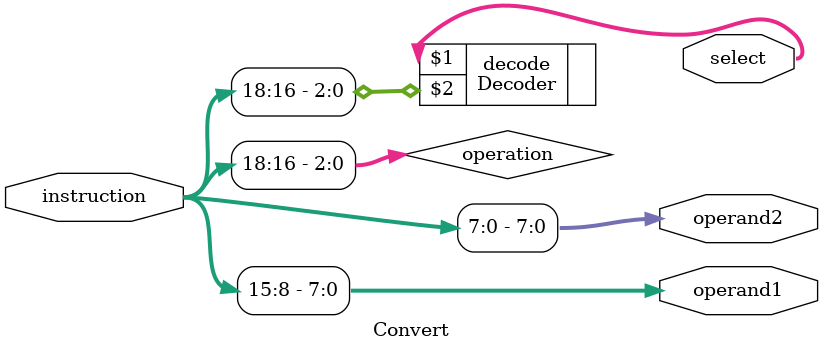
<source format=v>
`timescale 1ns/1ns

`include "Decoder.v"        //including Decoder module.

module Convert(output [7:0] operand1, operand2, select, input [18:0] instruction);  //This module is to separate 3 8 bit buses from 19 bit input.

    wire [2:0] operation;
    assign operation = instruction[18:16]; //Assigning operation from instruction.
    assign operand1 = instruction[15:8];   //Assigning operand1 from instruction.
    assign operand2 = instruction[7:0];    //Assigning operand2 from instruction.
    Decoder decode(select, operation);     // 3*8 decoder to get 8 bit select bus from 3 bit operation.
    
endmodule
</source>
